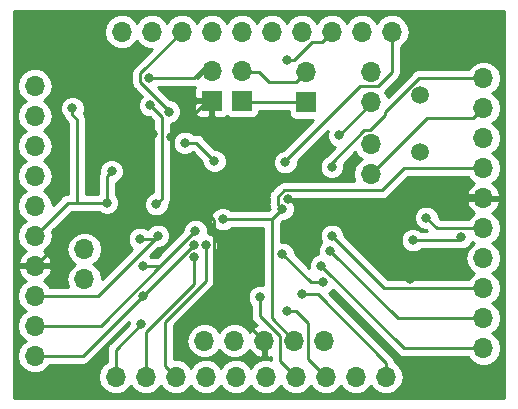
<source format=gbl>
G04 #@! TF.GenerationSoftware,KiCad,Pcbnew,(5.0.2)-1*
G04 #@! TF.CreationDate,2019-07-14T21:05:42+02:00*
G04 #@! TF.ProjectId,Rosatron,526f7361-7472-46f6-9e2e-6b696361645f,rev?*
G04 #@! TF.SameCoordinates,PX4c8bb40PY4eb9cf0*
G04 #@! TF.FileFunction,Copper,L2,Bot*
G04 #@! TF.FilePolarity,Positive*
%FSLAX46Y46*%
G04 Gerber Fmt 4.6, Leading zero omitted, Abs format (unit mm)*
G04 Created by KiCad (PCBNEW (5.0.2)-1) date 14/07/2019 21:05:42*
%MOMM*%
%LPD*%
G01*
G04 APERTURE LIST*
G04 #@! TA.AperFunction,ComponentPad*
%ADD10O,1.700000X1.700000*%
G04 #@! TD*
G04 #@! TA.AperFunction,ComponentPad*
%ADD11R,1.700000X1.700000*%
G04 #@! TD*
G04 #@! TA.AperFunction,ComponentPad*
%ADD12C,1.500000*%
G04 #@! TD*
G04 #@! TA.AperFunction,ViaPad*
%ADD13C,0.800000*%
G04 #@! TD*
G04 #@! TA.AperFunction,Conductor*
%ADD14C,0.250000*%
G04 #@! TD*
G04 #@! TA.AperFunction,Conductor*
%ADD15C,0.254000*%
G04 #@! TD*
G04 APERTURE END LIST*
D10*
G04 #@! TO.P,,10*
G04 #@! TO.N,/RA4*
X40005000Y4445000D03*
G04 #@! TO.P,,9*
G04 #@! TO.N,/RA5*
X40005000Y6985000D03*
G04 #@! TO.P,,8*
G04 #@! TO.N,/RE0*
X40005000Y9525000D03*
G04 #@! TO.P,,7*
G04 #@! TO.N,/RE1*
X40005000Y12065000D03*
G04 #@! TO.P,,6*
G04 #@! TO.N,/RE2*
X40005000Y14605000D03*
G04 #@! TO.P,,5*
G04 #@! TO.N,Earth*
X40005000Y17145000D03*
G04 #@! TO.P,,4*
G04 #@! TO.N,+5V*
X40005000Y19685000D03*
G04 #@! TO.P,,3*
G04 #@! TO.N,/RA7*
X40005000Y22225000D03*
G04 #@! TO.P,,2*
G04 #@! TO.N,/RA6*
X40005000Y24765000D03*
G04 #@! TO.P,,1*
G04 #@! TO.N,/RC0*
X40005000Y27305000D03*
G04 #@! TD*
G04 #@! TO.P,OSC1,2*
G04 #@! TO.N,/RA7*
X30480000Y27813000D03*
G04 #@! TO.P,OSC1,1*
G04 #@! TO.N,Net-(220uf1-Pad1)*
X30480000Y25273000D03*
G04 #@! TD*
G04 #@! TO.P,OSC2,2*
G04 #@! TO.N,Net-(220uf2-Pad1)*
X30480000Y21717000D03*
G04 #@! TO.P,OSC2,1*
G04 #@! TO.N,/RA6*
X30480000Y19177000D03*
G04 #@! TD*
D11*
G04 #@! TO.P,,1*
G04 #@! TO.N,Net-(J10-Pad1)*
X19558000Y25400000D03*
D10*
G04 #@! TO.P,,2*
G04 #@! TO.N,Net-(J10-Pad2)*
X19558000Y27940000D03*
G04 #@! TD*
D11*
G04 #@! TO.P,Interruptor,1*
G04 #@! TO.N,Earth*
X17018000Y25400000D03*
D10*
G04 #@! TO.P,Interruptor,2*
G04 #@! TO.N,Net-(J2-Pad2)*
X17018000Y27940000D03*
G04 #@! TD*
G04 #@! TO.P,,10*
G04 #@! TO.N,/RA3*
X31750000Y2032000D03*
G04 #@! TO.P,,9*
G04 #@! TO.N,/RA2*
X29210000Y2032000D03*
G04 #@! TO.P,,8*
G04 #@! TO.N,/RA1*
X26670000Y2032000D03*
G04 #@! TO.P,,7*
G04 #@! TO.N,/RA0*
X24130000Y2032000D03*
G04 #@! TO.P,,6*
G04 #@! TO.N,/RE3_MCLR*
X21590000Y2032000D03*
G04 #@! TO.P,,5*
G04 #@! TO.N,/RB7_PGD*
X19050000Y2032000D03*
G04 #@! TO.P,,4*
G04 #@! TO.N,/RB6_PGC*
X16510000Y2032000D03*
G04 #@! TO.P,,3*
G04 #@! TO.N,/RB5*
X13970000Y2032000D03*
G04 #@! TO.P,,2*
G04 #@! TO.N,/RB4*
X11430000Y2032000D03*
G04 #@! TO.P,,1*
G04 #@! TO.N,/RB3*
X8890000Y2032000D03*
G04 #@! TD*
G04 #@! TO.P,,2*
G04 #@! TO.N,/RC5*
X11938000Y31242000D03*
G04 #@! TO.P,,3*
G04 #@! TO.N,/RC4*
X14478000Y31242000D03*
G04 #@! TO.P,,4*
G04 #@! TO.N,/RD3*
X17018000Y31242000D03*
G04 #@! TO.P,,5*
G04 #@! TO.N,/RD2*
X19558000Y31242000D03*
G04 #@! TO.P,,6*
G04 #@! TO.N,/RD1*
X22098000Y31242000D03*
G04 #@! TO.P,,7*
G04 #@! TO.N,/RD0*
X24638000Y31242000D03*
G04 #@! TO.P,,8*
G04 #@! TO.N,/RC3*
X27178000Y31242000D03*
G04 #@! TO.P,,9*
G04 #@! TO.N,/RC2*
X29718000Y31242000D03*
G04 #@! TO.P,,10*
G04 #@! TO.N,/RC1*
X32258000Y31242000D03*
G04 #@! TO.P,,1*
G04 #@! TO.N,/RC6*
X9398000Y31242000D03*
G04 #@! TD*
G04 #@! TO.P,,10*
G04 #@! TO.N,/RB2*
X2032000Y3810000D03*
G04 #@! TO.P,,9*
G04 #@! TO.N,/RB1*
X2032000Y6350000D03*
G04 #@! TO.P,,8*
G04 #@! TO.N,/RB0*
X2032000Y8890000D03*
G04 #@! TO.P,,7*
G04 #@! TO.N,Earth*
X2032000Y11430000D03*
G04 #@! TO.P,,6*
G04 #@! TO.N,+5V*
X2032000Y13970000D03*
G04 #@! TO.P,,5*
G04 #@! TO.N,/RD7*
X2032000Y16510000D03*
G04 #@! TO.P,,4*
G04 #@! TO.N,/RD6*
X2032000Y19050000D03*
G04 #@! TO.P,,3*
G04 #@! TO.N,/RD5*
X2032000Y21590000D03*
G04 #@! TO.P,,2*
G04 #@! TO.N,/RD4*
X2032000Y24130000D03*
G04 #@! TO.P,,1*
G04 #@! TO.N,/RC7*
X2032000Y26670000D03*
G04 #@! TD*
G04 #@! TO.P,P.UP,2*
G04 #@! TO.N,+5V*
X6223000Y10287000D03*
G04 #@! TO.P,P.UP,1*
G04 #@! TO.N,Net-(J9-Pad1)*
X6223000Y12827000D03*
G04 #@! TD*
G04 #@! TO.P,PROG,2*
G04 #@! TO.N,+5V*
X24003000Y5080000D03*
G04 #@! TO.P,PROG,3*
G04 #@! TO.N,Earth*
X21463000Y5080000D03*
G04 #@! TO.P,PROG,4*
G04 #@! TO.N,/RB7_PGD*
X18923000Y5080000D03*
G04 #@! TO.P,PROG,5*
G04 #@! TO.N,/RB6_PGC*
X16383000Y5080000D03*
G04 #@! TO.P,PROG,1*
G04 #@! TO.N,/RE3_MCLR*
X26543000Y5080000D03*
G04 #@! TD*
G04 #@! TO.P,Alim,2*
G04 #@! TO.N,Net-(J10-Pad2)*
X25019000Y27813000D03*
D11*
G04 #@! TO.P,Alim,1*
G04 #@! TO.N,Net-(J10-Pad1)*
X25019000Y25273000D03*
G04 #@! TD*
D12*
G04 #@! TO.P,Y1,1*
G04 #@! TO.N,Net-(220uf1-Pad1)*
X34671000Y25908000D03*
G04 #@! TO.P,Y1,2*
G04 #@! TO.N,Net-(220uf2-Pad1)*
X34671000Y21028000D03*
G04 #@! TD*
D13*
G04 #@! TO.N,Earth*
X30226000Y13462000D03*
X36830000Y17399000D03*
X33655000Y15621000D03*
X12065000Y22606000D03*
X16002000Y16510000D03*
X10273000Y19431000D03*
X9892000Y16764000D03*
X33781000Y10287000D03*
X23501497Y17113495D03*
X13589000Y22352000D03*
G04 #@! TO.N,+5V*
X11811000Y25019000D03*
X34036000Y13589000D03*
X5207000Y24765000D03*
X8142000Y16764000D03*
X8523000Y19431000D03*
X22987000Y16256000D03*
X38100000Y13843000D03*
X12319000Y16637000D03*
X17938912Y15370378D03*
G04 #@! TO.N,/RE3_MCLR*
X26416000Y10033000D03*
X22987000Y12446000D03*
G04 #@! TO.N,Net-(220uf1-Pad1)*
X27813000Y22479000D03*
G04 #@! TO.N,/RB0*
X10922000Y13716000D03*
X12446000Y13970000D03*
G04 #@! TO.N,/RB1*
X11176000Y11430000D03*
X15629849Y14385457D03*
G04 #@! TO.N,/RB2*
X15494000Y13208000D03*
X11176000Y8890000D03*
G04 #@! TO.N,/RA3*
X24637952Y9016953D03*
G04 #@! TO.N,/RA1*
X23368000Y7620000D03*
G04 #@! TO.N,/RA0*
X21082000Y8763000D03*
G04 #@! TO.N,/RB5*
X16492938Y13161873D03*
G04 #@! TO.N,/RB4*
X15506651Y12195346D03*
G04 #@! TO.N,/RB3*
X11049000Y6477000D03*
G04 #@! TO.N,/RC0*
X27178000Y19812000D03*
G04 #@! TO.N,/RE2*
X35179000Y15495001D03*
G04 #@! TO.N,/RE0*
X27178000Y13970000D03*
G04 #@! TO.N,/RA5*
X27051000Y12700000D03*
G04 #@! TO.N,/RA4*
X26289000Y11447002D03*
G04 #@! TO.N,/RC1*
X23241000Y20193000D03*
G04 #@! TO.N,/RC3*
X23368000Y28829000D03*
G04 #@! TO.N,/RC4*
X13363115Y24484033D03*
X14732000Y21844000D03*
X17241654Y20289654D03*
G04 #@! TO.N,Net-(J2-Pad2)*
X11684000Y27305000D03*
G04 #@! TD*
D14*
G04 #@! TO.N,Earth*
X2032000Y11430000D02*
X6096000Y15494000D01*
X12065000Y22606000D02*
X12065000Y21223000D01*
X12065000Y21223000D02*
X10273000Y19431000D01*
X10273000Y19431000D02*
X10273000Y17145000D01*
X10273000Y17145000D02*
X9892000Y16764000D01*
X9892000Y15607000D02*
X9779000Y15494000D01*
X9892000Y16764000D02*
X9892000Y15607000D01*
X6096000Y15494000D02*
X9779000Y15494000D01*
X9779000Y15494000D02*
X15748000Y15494000D01*
X16002000Y15748000D02*
X16002000Y16510000D01*
X15748000Y15494000D02*
X16002000Y15748000D01*
X16401999Y16110001D02*
X16002000Y16510000D01*
X17217939Y15294061D02*
X16401999Y16110001D01*
X17217939Y9325061D02*
X17217939Y15294061D01*
X21463000Y5080000D02*
X17217939Y9325061D01*
X25624505Y17113495D02*
X23501497Y17113495D01*
X33781000Y10287000D02*
X32451000Y10287000D01*
X32004000Y14535685D02*
X32004000Y10734000D01*
X33089315Y15621000D02*
X32004000Y14535685D01*
X33655000Y15621000D02*
X33089315Y15621000D01*
X32451000Y10287000D02*
X32004000Y10734000D01*
X35433000Y17399000D02*
X36830000Y17399000D01*
X33655000Y15621000D02*
X35433000Y17399000D01*
X39751000Y17399000D02*
X40005000Y17145000D01*
X36830000Y17399000D02*
X39751000Y17399000D01*
X30038000Y12708315D02*
X30038000Y12700000D01*
X30226000Y12896315D02*
X30038000Y12708315D01*
X30226000Y13462000D02*
X30226000Y12896315D01*
X32004000Y10734000D02*
X30038000Y12700000D01*
X30038000Y12700000D02*
X25624505Y17113495D01*
X16256000Y25019000D02*
X16256000Y25527000D01*
X13589000Y22352000D02*
X16256000Y25019000D01*
G04 #@! TO.N,+5V*
X2032000Y13970000D02*
X4826000Y16764000D01*
X8142000Y16764000D02*
X8142000Y19050000D01*
X8142000Y19050000D02*
X8523000Y19431000D01*
X5588000Y23818315D02*
X5588000Y16764000D01*
X5207000Y24199315D02*
X5588000Y23818315D01*
X5207000Y24765000D02*
X5207000Y24199315D01*
X4826000Y16764000D02*
X5588000Y16764000D01*
X5588000Y16764000D02*
X8142000Y16764000D01*
X22098000Y15367000D02*
X22987000Y16256000D01*
X24003000Y5080000D02*
X22098000Y6985000D01*
X22098000Y6985000D02*
X22098000Y15367000D01*
X22587001Y16655999D02*
X22987000Y16256000D01*
X22587001Y17272001D02*
X22587001Y16655999D01*
X23153496Y17838496D02*
X22587001Y17272001D01*
X31426498Y17838496D02*
X23153496Y17838496D01*
X33273002Y19685000D02*
X31426498Y17838496D01*
X40005000Y19685000D02*
X33273002Y19685000D01*
X34036000Y13589000D02*
X37846000Y13589000D01*
X37846000Y13589000D02*
X38100000Y13843000D01*
X12790001Y17108001D02*
X12319000Y16637000D01*
X11811000Y25019000D02*
X12790001Y24039999D01*
X12790001Y24039999D02*
X12790001Y17108001D01*
X22098000Y15367000D02*
X17942290Y15367000D01*
X17942290Y15367000D02*
X17938912Y15370378D01*
G04 #@! TO.N,/RE3_MCLR*
X26416000Y10033000D02*
X25400000Y10033000D01*
X25400000Y10033000D02*
X22987000Y12446000D01*
G04 #@! TO.N,Net-(220uf1-Pad1)*
X30480000Y25146000D02*
X30480000Y25273000D01*
X27813000Y22479000D02*
X30480000Y25146000D01*
G04 #@! TO.N,/RB0*
X2032000Y8890000D02*
X7366000Y8890000D01*
X7366000Y8890000D02*
X12446000Y13970000D01*
X12192000Y13716000D02*
X12446000Y13970000D01*
X10922000Y13716000D02*
X12192000Y13716000D01*
G04 #@! TO.N,/RB1*
X2032000Y6350000D02*
X7594392Y6350000D01*
X12674392Y11430000D02*
X12827000Y11582608D01*
X11176000Y11430000D02*
X12674392Y11430000D01*
X7594392Y6350000D02*
X12827000Y11582608D01*
X12827000Y11582608D02*
X15629849Y14385457D01*
G04 #@! TO.N,/RB2*
X2032000Y3810000D02*
X6096000Y3810000D01*
X6096000Y3810000D02*
X11176000Y8890000D01*
X11176000Y8890000D02*
X15494000Y13208000D01*
G04 #@! TO.N,/RA3*
X25967128Y9016953D02*
X24637952Y9016953D01*
X31750000Y2032000D02*
X31750000Y3234081D01*
X31750000Y3234081D02*
X25967128Y9016953D01*
G04 #@! TO.N,/RA1*
X24130000Y7620000D02*
X23368000Y7620000D01*
X25178001Y6571999D02*
X24130000Y7620000D01*
X26670000Y2032000D02*
X25178001Y3523999D01*
X25178001Y3523999D02*
X25178001Y6571999D01*
G04 #@! TO.N,/RA0*
X24130000Y2032000D02*
X22827999Y3334001D01*
X21082000Y8197315D02*
X21082000Y8763000D01*
X21082000Y7200002D02*
X21082000Y8197315D01*
X22827999Y5454003D02*
X21082000Y7200002D01*
X22827999Y3334001D02*
X22827999Y5454003D01*
G04 #@! TO.N,/RB5*
X16492938Y10141940D02*
X16492938Y13161873D01*
X13048999Y6698001D02*
X16492938Y10141940D01*
X13970000Y2032000D02*
X13048999Y2953001D01*
X13048999Y2953001D02*
X13048999Y6698001D01*
G04 #@! TO.N,/RB4*
X15506651Y9861649D02*
X15506651Y12195346D01*
X11430000Y2032000D02*
X11430000Y5784998D01*
X11430000Y5784998D02*
X15506651Y9861649D01*
G04 #@! TO.N,/RB3*
X8890000Y2032000D02*
X8890000Y4318000D01*
X8890000Y4318000D02*
X11049000Y6477000D01*
G04 #@! TO.N,/RC0*
X27178000Y20154002D02*
X27178000Y19812000D01*
X34544000Y27305000D02*
X31655001Y24416001D01*
X40005000Y27305000D02*
X34544000Y27305000D01*
X31655001Y24416001D02*
X31655001Y24162999D01*
X31655001Y24162999D02*
X30384003Y22892001D01*
X30384003Y22892001D02*
X29915999Y22892001D01*
X29915999Y22892001D02*
X27178000Y20154002D01*
G04 #@! TO.N,/RA6*
X35218001Y23915001D02*
X30480000Y19177000D01*
X39155001Y23915001D02*
X35218001Y23915001D01*
X40005000Y24765000D02*
X39155001Y23915001D01*
G04 #@! TO.N,/RE2*
X40005000Y14605000D02*
X36069001Y14605000D01*
X36069001Y14605000D02*
X35179000Y15495001D01*
G04 #@! TO.N,/RE0*
X40005000Y9525000D02*
X31623000Y9525000D01*
X31623000Y9525000D02*
X27178000Y13970000D01*
G04 #@! TO.N,/RA5*
X40005000Y6985000D02*
X32766000Y6985000D01*
X32766000Y6985000D02*
X27051000Y12700000D01*
G04 #@! TO.N,/RA4*
X40005000Y4445000D02*
X33291002Y4445000D01*
X33291002Y4445000D02*
X26289000Y11447002D01*
G04 #@! TO.N,/RC1*
X23241000Y20319002D02*
X23241000Y20193000D01*
X29559997Y26637999D02*
X23241000Y20319002D01*
X31044001Y26637999D02*
X29559997Y26637999D01*
X32258000Y31242000D02*
X32258000Y27851998D01*
X32258000Y27851998D02*
X31044001Y26637999D01*
G04 #@! TO.N,/RC3*
X23933685Y28829000D02*
X23368000Y28829000D01*
X23964002Y28829000D02*
X23933685Y28829000D01*
X25527003Y30392001D02*
X23964002Y28829000D01*
X26328001Y30392001D02*
X25527003Y30392001D01*
X27178000Y31242000D02*
X26328001Y30392001D01*
G04 #@! TO.N,/RC4*
X13363115Y24552883D02*
X13363115Y24484033D01*
X10958999Y26956999D02*
X13363115Y24552883D01*
X14478000Y31242000D02*
X10958999Y27722999D01*
X10958999Y27722999D02*
X10958999Y26956999D01*
X14732000Y21844000D02*
X15687308Y21844000D01*
X15687308Y21844000D02*
X17241654Y20289654D01*
G04 #@! TO.N,Net-(J10-Pad2)*
X20066000Y27686000D02*
X19939000Y27813000D01*
X21014081Y27813000D02*
X21864080Y26963001D01*
X19812000Y27813000D02*
X21014081Y27813000D01*
X24169001Y26963001D02*
X25019000Y27813000D01*
X21864080Y26963001D02*
X24169001Y26963001D01*
G04 #@! TO.N,Net-(J10-Pad1)*
X20066000Y25146000D02*
X19939000Y25273000D01*
X19812000Y25273000D02*
X25400000Y25273000D01*
G04 #@! TO.N,Net-(J2-Pad2)*
X15748000Y27305000D02*
X16256000Y27813000D01*
X15494000Y27305000D02*
X16256000Y28067000D01*
X11684000Y27305000D02*
X15494000Y27305000D01*
G04 #@! TD*
D15*
G04 #@! TO.N,Earth*
G36*
X41783000Y254000D02*
X254000Y254000D01*
X254000Y8890000D01*
X517908Y8890000D01*
X633161Y8310582D01*
X961375Y7819375D01*
X1259761Y7620000D01*
X961375Y7420625D01*
X633161Y6929418D01*
X517908Y6350000D01*
X633161Y5770582D01*
X961375Y5279375D01*
X1259761Y5080000D01*
X961375Y4880625D01*
X633161Y4389418D01*
X517908Y3810000D01*
X633161Y3230582D01*
X961375Y2739375D01*
X1452582Y2411161D01*
X1885744Y2325000D01*
X2178256Y2325000D01*
X2611418Y2411161D01*
X3102625Y2739375D01*
X3310178Y3050000D01*
X6021153Y3050000D01*
X6096000Y3035112D01*
X6170847Y3050000D01*
X6170852Y3050000D01*
X6392537Y3094096D01*
X6643929Y3262071D01*
X6686331Y3325530D01*
X10014000Y6653198D01*
X10014000Y6516802D01*
X8405528Y4908329D01*
X8342072Y4865929D01*
X8299672Y4802473D01*
X8299671Y4802472D01*
X8174097Y4614537D01*
X8115112Y4318000D01*
X8130001Y4243148D01*
X8130001Y3310178D01*
X7819375Y3102625D01*
X7491161Y2611418D01*
X7375908Y2032000D01*
X7491161Y1452582D01*
X7819375Y961375D01*
X8310582Y633161D01*
X8743744Y547000D01*
X9036256Y547000D01*
X9469418Y633161D01*
X9960625Y961375D01*
X10160000Y1259761D01*
X10359375Y961375D01*
X10850582Y633161D01*
X11283744Y547000D01*
X11576256Y547000D01*
X12009418Y633161D01*
X12500625Y961375D01*
X12700000Y1259761D01*
X12899375Y961375D01*
X13390582Y633161D01*
X13823744Y547000D01*
X14116256Y547000D01*
X14549418Y633161D01*
X15040625Y961375D01*
X15240000Y1259761D01*
X15439375Y961375D01*
X15930582Y633161D01*
X16363744Y547000D01*
X16656256Y547000D01*
X17089418Y633161D01*
X17580625Y961375D01*
X17780000Y1259761D01*
X17979375Y961375D01*
X18470582Y633161D01*
X18903744Y547000D01*
X19196256Y547000D01*
X19629418Y633161D01*
X20120625Y961375D01*
X20320000Y1259761D01*
X20519375Y961375D01*
X21010582Y633161D01*
X21443744Y547000D01*
X21736256Y547000D01*
X22169418Y633161D01*
X22660625Y961375D01*
X22860000Y1259761D01*
X23059375Y961375D01*
X23550582Y633161D01*
X23983744Y547000D01*
X24276256Y547000D01*
X24709418Y633161D01*
X25200625Y961375D01*
X25400000Y1259761D01*
X25599375Y961375D01*
X26090582Y633161D01*
X26523744Y547000D01*
X26816256Y547000D01*
X27249418Y633161D01*
X27740625Y961375D01*
X27940000Y1259761D01*
X28139375Y961375D01*
X28630582Y633161D01*
X29063744Y547000D01*
X29356256Y547000D01*
X29789418Y633161D01*
X30280625Y961375D01*
X30480000Y1259761D01*
X30679375Y961375D01*
X31170582Y633161D01*
X31603744Y547000D01*
X31896256Y547000D01*
X32329418Y633161D01*
X32820625Y961375D01*
X33148839Y1452582D01*
X33264092Y2032000D01*
X33148839Y2611418D01*
X32820625Y3102625D01*
X32509714Y3310369D01*
X32465904Y3530618D01*
X32297929Y3782010D01*
X32234473Y3824410D01*
X26932300Y9126582D01*
X27002280Y9155569D01*
X27253956Y9407245D01*
X32700673Y3960527D01*
X32743073Y3897071D01*
X32994465Y3729096D01*
X33216150Y3685000D01*
X33216154Y3685000D01*
X33291001Y3670112D01*
X33365848Y3685000D01*
X38726822Y3685000D01*
X38934375Y3374375D01*
X39425582Y3046161D01*
X39858744Y2960000D01*
X40151256Y2960000D01*
X40584418Y3046161D01*
X41075625Y3374375D01*
X41403839Y3865582D01*
X41519092Y4445000D01*
X41403839Y5024418D01*
X41075625Y5515625D01*
X40777239Y5715000D01*
X41075625Y5914375D01*
X41403839Y6405582D01*
X41519092Y6985000D01*
X41403839Y7564418D01*
X41075625Y8055625D01*
X40777239Y8255000D01*
X41075625Y8454375D01*
X41403839Y8945582D01*
X41519092Y9525000D01*
X41403839Y10104418D01*
X41075625Y10595625D01*
X40777239Y10795000D01*
X41075625Y10994375D01*
X41403839Y11485582D01*
X41519092Y12065000D01*
X41403839Y12644418D01*
X41075625Y13135625D01*
X40777239Y13335000D01*
X41075625Y13534375D01*
X41403839Y14025582D01*
X41519092Y14605000D01*
X41403839Y15184418D01*
X41075625Y15675625D01*
X40756522Y15888843D01*
X40886358Y15949817D01*
X41276645Y16378076D01*
X41446476Y16788110D01*
X41325155Y17018000D01*
X40132000Y17018000D01*
X40132000Y16998000D01*
X39878000Y16998000D01*
X39878000Y17018000D01*
X38684845Y17018000D01*
X38563524Y16788110D01*
X38733355Y16378076D01*
X39123642Y15949817D01*
X39253478Y15888843D01*
X38934375Y15675625D01*
X38726822Y15365000D01*
X36383803Y15365000D01*
X36214000Y15534803D01*
X36214000Y15700875D01*
X36056431Y16081281D01*
X35765280Y16372432D01*
X35384874Y16530001D01*
X34973126Y16530001D01*
X34592720Y16372432D01*
X34301569Y16081281D01*
X34144000Y15700875D01*
X34144000Y15289127D01*
X34301569Y14908721D01*
X34592720Y14617570D01*
X34973126Y14460001D01*
X35139198Y14460001D01*
X35250199Y14349000D01*
X34739711Y14349000D01*
X34622280Y14466431D01*
X34241874Y14624000D01*
X33830126Y14624000D01*
X33449720Y14466431D01*
X33158569Y14175280D01*
X33001000Y13794874D01*
X33001000Y13383126D01*
X33158569Y13002720D01*
X33449720Y12711569D01*
X33830126Y12554000D01*
X34241874Y12554000D01*
X34622280Y12711569D01*
X34739711Y12829000D01*
X37771153Y12829000D01*
X37846000Y12814112D01*
X37868544Y12818596D01*
X37894126Y12808000D01*
X38305874Y12808000D01*
X38686280Y12965569D01*
X38977431Y13256720D01*
X39058175Y13451654D01*
X39232761Y13335000D01*
X38934375Y13135625D01*
X38606161Y12644418D01*
X38490908Y12065000D01*
X38606161Y11485582D01*
X38934375Y10994375D01*
X39232761Y10795000D01*
X38934375Y10595625D01*
X38726822Y10285000D01*
X31937802Y10285000D01*
X28213000Y14009801D01*
X28213000Y14175874D01*
X28055431Y14556280D01*
X27764280Y14847431D01*
X27383874Y15005000D01*
X26972126Y15005000D01*
X26591720Y14847431D01*
X26300569Y14556280D01*
X26143000Y14175874D01*
X26143000Y13764126D01*
X26291911Y13404622D01*
X26173569Y13286280D01*
X26016000Y12905874D01*
X26016000Y12494126D01*
X26030117Y12460045D01*
X25702720Y12324433D01*
X25411569Y12033282D01*
X25254000Y11652876D01*
X25254000Y11253802D01*
X24022000Y12485801D01*
X24022000Y12651874D01*
X23864431Y13032280D01*
X23573280Y13323431D01*
X23192874Y13481000D01*
X22858000Y13481000D01*
X22858000Y15052199D01*
X23026801Y15221000D01*
X23192874Y15221000D01*
X23573280Y15378569D01*
X23864431Y15669720D01*
X24022000Y16050126D01*
X24022000Y16461874D01*
X23864431Y16842280D01*
X23628215Y17078496D01*
X31351651Y17078496D01*
X31426498Y17063608D01*
X31501345Y17078496D01*
X31501350Y17078496D01*
X31723035Y17122592D01*
X31974427Y17290567D01*
X32016829Y17354026D01*
X33587804Y18925000D01*
X38726822Y18925000D01*
X38934375Y18614375D01*
X39253478Y18401157D01*
X39123642Y18340183D01*
X38733355Y17911924D01*
X38563524Y17501890D01*
X38684845Y17272000D01*
X39878000Y17272000D01*
X39878000Y17292000D01*
X40132000Y17292000D01*
X40132000Y17272000D01*
X41325155Y17272000D01*
X41446476Y17501890D01*
X41276645Y17911924D01*
X40886358Y18340183D01*
X40756522Y18401157D01*
X41075625Y18614375D01*
X41403839Y19105582D01*
X41519092Y19685000D01*
X41403839Y20264418D01*
X41075625Y20755625D01*
X40777239Y20955000D01*
X41075625Y21154375D01*
X41403839Y21645582D01*
X41519092Y22225000D01*
X41403839Y22804418D01*
X41075625Y23295625D01*
X40777239Y23495000D01*
X41075625Y23694375D01*
X41403839Y24185582D01*
X41519092Y24765000D01*
X41403839Y25344418D01*
X41075625Y25835625D01*
X40777239Y26035000D01*
X41075625Y26234375D01*
X41403839Y26725582D01*
X41519092Y27305000D01*
X41403839Y27884418D01*
X41075625Y28375625D01*
X40584418Y28703839D01*
X40151256Y28790000D01*
X39858744Y28790000D01*
X39425582Y28703839D01*
X38934375Y28375625D01*
X38726822Y28065000D01*
X34618848Y28065000D01*
X34544000Y28079888D01*
X34469152Y28065000D01*
X34469148Y28065000D01*
X34247463Y28020904D01*
X33996071Y27852929D01*
X33953671Y27789473D01*
X31901698Y25737499D01*
X31878839Y25852418D01*
X31660295Y26179492D01*
X32742473Y27261669D01*
X32805929Y27304069D01*
X32901749Y27447473D01*
X32973904Y27555460D01*
X32983480Y27603603D01*
X33018000Y27777146D01*
X33018000Y27777150D01*
X33032888Y27851998D01*
X33018000Y27926846D01*
X33018000Y29963822D01*
X33328625Y30171375D01*
X33656839Y30662582D01*
X33772092Y31242000D01*
X33656839Y31821418D01*
X33328625Y32312625D01*
X32837418Y32640839D01*
X32404256Y32727000D01*
X32111744Y32727000D01*
X31678582Y32640839D01*
X31187375Y32312625D01*
X30988000Y32014239D01*
X30788625Y32312625D01*
X30297418Y32640839D01*
X29864256Y32727000D01*
X29571744Y32727000D01*
X29138582Y32640839D01*
X28647375Y32312625D01*
X28448000Y32014239D01*
X28248625Y32312625D01*
X27757418Y32640839D01*
X27324256Y32727000D01*
X27031744Y32727000D01*
X26598582Y32640839D01*
X26107375Y32312625D01*
X25908000Y32014239D01*
X25708625Y32312625D01*
X25217418Y32640839D01*
X24784256Y32727000D01*
X24491744Y32727000D01*
X24058582Y32640839D01*
X23567375Y32312625D01*
X23368000Y32014239D01*
X23168625Y32312625D01*
X22677418Y32640839D01*
X22244256Y32727000D01*
X21951744Y32727000D01*
X21518582Y32640839D01*
X21027375Y32312625D01*
X20828000Y32014239D01*
X20628625Y32312625D01*
X20137418Y32640839D01*
X19704256Y32727000D01*
X19411744Y32727000D01*
X18978582Y32640839D01*
X18487375Y32312625D01*
X18288000Y32014239D01*
X18088625Y32312625D01*
X17597418Y32640839D01*
X17164256Y32727000D01*
X16871744Y32727000D01*
X16438582Y32640839D01*
X15947375Y32312625D01*
X15748000Y32014239D01*
X15548625Y32312625D01*
X15057418Y32640839D01*
X14624256Y32727000D01*
X14331744Y32727000D01*
X13898582Y32640839D01*
X13407375Y32312625D01*
X13208000Y32014239D01*
X13008625Y32312625D01*
X12517418Y32640839D01*
X12084256Y32727000D01*
X11791744Y32727000D01*
X11358582Y32640839D01*
X10867375Y32312625D01*
X10668000Y32014239D01*
X10468625Y32312625D01*
X9977418Y32640839D01*
X9544256Y32727000D01*
X9251744Y32727000D01*
X8818582Y32640839D01*
X8327375Y32312625D01*
X7999161Y31821418D01*
X7883908Y31242000D01*
X7999161Y30662582D01*
X8327375Y30171375D01*
X8818582Y29843161D01*
X9251744Y29757000D01*
X9544256Y29757000D01*
X9977418Y29843161D01*
X10468625Y30171375D01*
X10668000Y30469761D01*
X10867375Y30171375D01*
X11358582Y29843161D01*
X11791744Y29757000D01*
X11918199Y29757000D01*
X10474529Y28313330D01*
X10411070Y28270928D01*
X10243095Y28019535D01*
X10198999Y27797850D01*
X10198999Y27797846D01*
X10184111Y27722999D01*
X10198999Y27648152D01*
X10198999Y27031846D01*
X10184111Y26956999D01*
X10198999Y26882152D01*
X10198999Y26882147D01*
X10232313Y26714671D01*
X10243096Y26660462D01*
X10296319Y26580809D01*
X10411071Y26409070D01*
X10474527Y26366670D01*
X11084743Y25756454D01*
X10933569Y25605280D01*
X10776000Y25224874D01*
X10776000Y24813126D01*
X10933569Y24432720D01*
X11224720Y24141569D01*
X11605126Y23984000D01*
X11771198Y23984000D01*
X12030001Y23725196D01*
X12030002Y17637569D01*
X11732720Y17514431D01*
X11441569Y17223280D01*
X11284000Y16842874D01*
X11284000Y16431126D01*
X11441569Y16050720D01*
X11732720Y15759569D01*
X12113126Y15602000D01*
X12524874Y15602000D01*
X12905280Y15759569D01*
X13196431Y16050720D01*
X13354000Y16431126D01*
X13354000Y16584122D01*
X13505905Y16811464D01*
X13550001Y17033149D01*
X13550001Y17033153D01*
X13564889Y17108000D01*
X13550001Y17182847D01*
X13550001Y22049874D01*
X13697000Y22049874D01*
X13697000Y21638126D01*
X13854569Y21257720D01*
X14145720Y20966569D01*
X14526126Y20809000D01*
X14937874Y20809000D01*
X15318280Y20966569D01*
X15404109Y21052398D01*
X16206654Y20249852D01*
X16206654Y20083780D01*
X16364223Y19703374D01*
X16655374Y19412223D01*
X17035780Y19254654D01*
X17447528Y19254654D01*
X17827934Y19412223D01*
X18119085Y19703374D01*
X18276654Y20083780D01*
X18276654Y20495528D01*
X18119085Y20875934D01*
X17827934Y21167085D01*
X17447528Y21324654D01*
X17281456Y21324654D01*
X16277639Y22328470D01*
X16235237Y22391929D01*
X15983845Y22559904D01*
X15762160Y22604000D01*
X15762155Y22604000D01*
X15687308Y22618888D01*
X15612461Y22604000D01*
X15435711Y22604000D01*
X15318280Y22721431D01*
X14937874Y22879000D01*
X14526126Y22879000D01*
X14145720Y22721431D01*
X13854569Y22430280D01*
X13697000Y22049874D01*
X13550001Y22049874D01*
X13550001Y23449033D01*
X13568989Y23449033D01*
X13949395Y23606602D01*
X14240546Y23897753D01*
X14398115Y24278159D01*
X14398115Y24689907D01*
X14240546Y25070313D01*
X14196609Y25114250D01*
X15533000Y25114250D01*
X15533000Y24423690D01*
X15629673Y24190301D01*
X15808302Y24011673D01*
X16041691Y23915000D01*
X16732250Y23915000D01*
X16891000Y24073750D01*
X16891000Y25273000D01*
X15691750Y25273000D01*
X15533000Y25114250D01*
X14196609Y25114250D01*
X13949395Y25361464D01*
X13568989Y25519033D01*
X13471768Y25519033D01*
X12445800Y26545000D01*
X15419153Y26545000D01*
X15494000Y26530112D01*
X15568847Y26545000D01*
X15568852Y26545000D01*
X15605929Y26552375D01*
X15533000Y26376310D01*
X15533000Y25685750D01*
X15691750Y25527000D01*
X16891000Y25527000D01*
X16891000Y25547000D01*
X17145000Y25547000D01*
X17145000Y25527000D01*
X17165000Y25527000D01*
X17165000Y25273000D01*
X17145000Y25273000D01*
X17145000Y24073750D01*
X17303750Y23915000D01*
X17994309Y23915000D01*
X18227698Y24011673D01*
X18284975Y24068949D01*
X18460235Y23951843D01*
X18708000Y23902560D01*
X20408000Y23902560D01*
X20655765Y23951843D01*
X20865809Y24092191D01*
X21006157Y24302235D01*
X21048080Y24513000D01*
X23521560Y24513000D01*
X23521560Y24423000D01*
X23570843Y24175235D01*
X23711191Y23965191D01*
X23921235Y23824843D01*
X24169000Y23775560D01*
X25622757Y23775560D01*
X23075197Y21228000D01*
X23035126Y21228000D01*
X22654720Y21070431D01*
X22363569Y20779280D01*
X22206000Y20398874D01*
X22206000Y19987126D01*
X22363569Y19606720D01*
X22654720Y19315569D01*
X23035126Y19158000D01*
X23446874Y19158000D01*
X23827280Y19315569D01*
X24118431Y19606720D01*
X24276000Y19987126D01*
X24276000Y20279201D01*
X26846113Y22849313D01*
X26778000Y22684874D01*
X26778000Y22273126D01*
X26935569Y21892720D01*
X27226720Y21601569D01*
X27455855Y21506658D01*
X26693530Y20744333D01*
X26643401Y20710838D01*
X26591720Y20689431D01*
X26300569Y20398280D01*
X26143000Y20017874D01*
X26143000Y19606126D01*
X26300569Y19225720D01*
X26591720Y18934569D01*
X26972126Y18777000D01*
X27383874Y18777000D01*
X27764280Y18934569D01*
X28055431Y19225720D01*
X28213000Y19606126D01*
X28213000Y20017874D01*
X28184787Y20085987D01*
X29143334Y21044534D01*
X29409375Y20646375D01*
X29707761Y20447000D01*
X29409375Y20247625D01*
X29081161Y19756418D01*
X28965908Y19177000D01*
X29080979Y18598496D01*
X23228343Y18598496D01*
X23153496Y18613384D01*
X23078649Y18598496D01*
X23078644Y18598496D01*
X22856959Y18554400D01*
X22605567Y18386425D01*
X22563167Y18322969D01*
X22102531Y17862332D01*
X22039072Y17819930D01*
X21871097Y17568537D01*
X21827001Y17346852D01*
X21827001Y17346848D01*
X21812113Y17272001D01*
X21827001Y17197154D01*
X21827001Y16730846D01*
X21812113Y16655999D01*
X21827001Y16581152D01*
X21827001Y16581147D01*
X21871097Y16359462D01*
X21929001Y16272803D01*
X21783199Y16127000D01*
X18646001Y16127000D01*
X18525192Y16247809D01*
X18144786Y16405378D01*
X17733038Y16405378D01*
X17352632Y16247809D01*
X17061481Y15956658D01*
X16903912Y15576252D01*
X16903912Y15164504D01*
X17061481Y14784098D01*
X17352632Y14492947D01*
X17733038Y14335378D01*
X18144786Y14335378D01*
X18525192Y14492947D01*
X18639245Y14607000D01*
X21338001Y14607000D01*
X21338000Y9777237D01*
X21287874Y9798000D01*
X20876126Y9798000D01*
X20495720Y9640431D01*
X20204569Y9349280D01*
X20047000Y8968874D01*
X20047000Y8557126D01*
X20204569Y8176720D01*
X20322001Y8059288D01*
X20322000Y7274850D01*
X20307112Y7200002D01*
X20322000Y7125155D01*
X20322000Y7125151D01*
X20366096Y6903466D01*
X20534071Y6652073D01*
X20597530Y6609671D01*
X20808847Y6398353D01*
X20696076Y6351645D01*
X20267817Y5961358D01*
X20206843Y5831522D01*
X19993625Y6150625D01*
X19502418Y6478839D01*
X19069256Y6565000D01*
X18776744Y6565000D01*
X18343582Y6478839D01*
X17852375Y6150625D01*
X17653000Y5852239D01*
X17453625Y6150625D01*
X16962418Y6478839D01*
X16529256Y6565000D01*
X16236744Y6565000D01*
X15803582Y6478839D01*
X15312375Y6150625D01*
X14984161Y5659418D01*
X14868908Y5080000D01*
X14984161Y4500582D01*
X15312375Y4009375D01*
X15803582Y3681161D01*
X16236744Y3595000D01*
X16529256Y3595000D01*
X16962418Y3681161D01*
X17453625Y4009375D01*
X17653000Y4307761D01*
X17852375Y4009375D01*
X18343582Y3681161D01*
X18776744Y3595000D01*
X19069256Y3595000D01*
X19502418Y3681161D01*
X19993625Y4009375D01*
X20206843Y4328478D01*
X20267817Y4198642D01*
X20696076Y3808355D01*
X21106110Y3638524D01*
X21336000Y3759845D01*
X21336000Y4953000D01*
X21316000Y4953000D01*
X21316000Y5207000D01*
X21336000Y5207000D01*
X21336000Y5227000D01*
X21590000Y5227000D01*
X21590000Y5207000D01*
X21610000Y5207000D01*
X21610000Y4953000D01*
X21590000Y4953000D01*
X21590000Y3759845D01*
X21819890Y3638524D01*
X22067999Y3741288D01*
X22067999Y3451012D01*
X21736256Y3517000D01*
X21443744Y3517000D01*
X21010582Y3430839D01*
X20519375Y3102625D01*
X20320000Y2804239D01*
X20120625Y3102625D01*
X19629418Y3430839D01*
X19196256Y3517000D01*
X18903744Y3517000D01*
X18470582Y3430839D01*
X17979375Y3102625D01*
X17780000Y2804239D01*
X17580625Y3102625D01*
X17089418Y3430839D01*
X16656256Y3517000D01*
X16363744Y3517000D01*
X15930582Y3430839D01*
X15439375Y3102625D01*
X15240000Y2804239D01*
X15040625Y3102625D01*
X14549418Y3430839D01*
X14116256Y3517000D01*
X13823744Y3517000D01*
X13808999Y3514067D01*
X13808999Y6383200D01*
X16977411Y9551611D01*
X17040867Y9594011D01*
X17208842Y9845403D01*
X17252938Y10067088D01*
X17252938Y10067092D01*
X17267826Y10141939D01*
X17252938Y10216786D01*
X17252938Y12458162D01*
X17370369Y12575593D01*
X17527938Y12955999D01*
X17527938Y13367747D01*
X17370369Y13748153D01*
X17079218Y14039304D01*
X16698812Y14196873D01*
X16664849Y14196873D01*
X16664849Y14591331D01*
X16507280Y14971737D01*
X16216129Y15262888D01*
X15835723Y15420457D01*
X15423975Y15420457D01*
X15043569Y15262888D01*
X14752418Y14971737D01*
X14594849Y14591331D01*
X14594849Y14425259D01*
X12359591Y12190000D01*
X11879711Y12190000D01*
X11810256Y12259455D01*
X12485802Y12935000D01*
X12651874Y12935000D01*
X13032280Y13092569D01*
X13323431Y13383720D01*
X13481000Y13764126D01*
X13481000Y14175874D01*
X13323431Y14556280D01*
X13032280Y14847431D01*
X12651874Y15005000D01*
X12240126Y15005000D01*
X11859720Y14847431D01*
X11568569Y14556280D01*
X11561792Y14539919D01*
X11508280Y14593431D01*
X11127874Y14751000D01*
X10716126Y14751000D01*
X10335720Y14593431D01*
X10044569Y14302280D01*
X9887000Y13921874D01*
X9887000Y13510126D01*
X10044569Y13129720D01*
X10287744Y12886545D01*
X7728980Y10327781D01*
X7621839Y10866418D01*
X7293625Y11357625D01*
X6995239Y11557000D01*
X7293625Y11756375D01*
X7621839Y12247582D01*
X7737092Y12827000D01*
X7621839Y13406418D01*
X7293625Y13897625D01*
X6802418Y14225839D01*
X6369256Y14312000D01*
X6076744Y14312000D01*
X5643582Y14225839D01*
X5152375Y13897625D01*
X4824161Y13406418D01*
X4708908Y12827000D01*
X4824161Y12247582D01*
X5152375Y11756375D01*
X5450761Y11557000D01*
X5152375Y11357625D01*
X4824161Y10866418D01*
X4708908Y10287000D01*
X4824161Y9707582D01*
X4862636Y9650000D01*
X3310178Y9650000D01*
X3102625Y9960625D01*
X2783522Y10173843D01*
X2913358Y10234817D01*
X3303645Y10663076D01*
X3473476Y11073110D01*
X3352155Y11303000D01*
X2159000Y11303000D01*
X2159000Y11283000D01*
X1905000Y11283000D01*
X1905000Y11303000D01*
X711845Y11303000D01*
X590524Y11073110D01*
X760355Y10663076D01*
X1150642Y10234817D01*
X1280478Y10173843D01*
X961375Y9960625D01*
X633161Y9469418D01*
X517908Y8890000D01*
X254000Y8890000D01*
X254000Y26670000D01*
X517908Y26670000D01*
X633161Y26090582D01*
X961375Y25599375D01*
X1259761Y25400000D01*
X961375Y25200625D01*
X633161Y24709418D01*
X517908Y24130000D01*
X633161Y23550582D01*
X961375Y23059375D01*
X1259761Y22860000D01*
X961375Y22660625D01*
X633161Y22169418D01*
X517908Y21590000D01*
X633161Y21010582D01*
X961375Y20519375D01*
X1259761Y20320000D01*
X961375Y20120625D01*
X633161Y19629418D01*
X517908Y19050000D01*
X633161Y18470582D01*
X961375Y17979375D01*
X1259761Y17780000D01*
X961375Y17580625D01*
X633161Y17089418D01*
X517908Y16510000D01*
X633161Y15930582D01*
X961375Y15439375D01*
X1259761Y15240000D01*
X961375Y15040625D01*
X633161Y14549418D01*
X517908Y13970000D01*
X633161Y13390582D01*
X961375Y12899375D01*
X1280478Y12686157D01*
X1150642Y12625183D01*
X760355Y12196924D01*
X590524Y11786890D01*
X711845Y11557000D01*
X1905000Y11557000D01*
X1905000Y11577000D01*
X2159000Y11577000D01*
X2159000Y11557000D01*
X3352155Y11557000D01*
X3473476Y11786890D01*
X3303645Y12196924D01*
X2913358Y12625183D01*
X2783522Y12686157D01*
X3102625Y12899375D01*
X3430839Y13390582D01*
X3546092Y13970000D01*
X3473209Y14336408D01*
X5140802Y16004000D01*
X5513148Y16004000D01*
X5588000Y15989111D01*
X5662852Y16004000D01*
X7438289Y16004000D01*
X7555720Y15886569D01*
X7936126Y15729000D01*
X8347874Y15729000D01*
X8728280Y15886569D01*
X9019431Y16177720D01*
X9177000Y16558126D01*
X9177000Y16969874D01*
X9019431Y17350280D01*
X8902000Y17467711D01*
X8902000Y18467711D01*
X9109280Y18553569D01*
X9400431Y18844720D01*
X9558000Y19225126D01*
X9558000Y19636874D01*
X9400431Y20017280D01*
X9109280Y20308431D01*
X8728874Y20466000D01*
X8317126Y20466000D01*
X7936720Y20308431D01*
X7645569Y20017280D01*
X7488000Y19636874D01*
X7488000Y19439181D01*
X7426097Y19346537D01*
X7367112Y19050000D01*
X7382001Y18975148D01*
X7382000Y17524000D01*
X6348000Y17524000D01*
X6348000Y23743469D01*
X6362888Y23818316D01*
X6348000Y23893163D01*
X6348000Y23893167D01*
X6303904Y24114852D01*
X6152088Y24342060D01*
X6242000Y24559126D01*
X6242000Y24970874D01*
X6084431Y25351280D01*
X5793280Y25642431D01*
X5412874Y25800000D01*
X5001126Y25800000D01*
X4620720Y25642431D01*
X4329569Y25351280D01*
X4172000Y24970874D01*
X4172000Y24559126D01*
X4329569Y24178720D01*
X4462686Y24045603D01*
X4491096Y23902778D01*
X4659072Y23651386D01*
X4722527Y23608986D01*
X4828000Y23503514D01*
X4828001Y17538490D01*
X4826000Y17538888D01*
X4751152Y17524000D01*
X4751148Y17524000D01*
X4577605Y17489480D01*
X4529462Y17479904D01*
X4416670Y17404538D01*
X4278071Y17311929D01*
X4235671Y17248473D01*
X3537980Y16550782D01*
X3430839Y17089418D01*
X3102625Y17580625D01*
X2804239Y17780000D01*
X3102625Y17979375D01*
X3430839Y18470582D01*
X3546092Y19050000D01*
X3430839Y19629418D01*
X3102625Y20120625D01*
X2804239Y20320000D01*
X3102625Y20519375D01*
X3430839Y21010582D01*
X3546092Y21590000D01*
X3430839Y22169418D01*
X3102625Y22660625D01*
X2804239Y22860000D01*
X3102625Y23059375D01*
X3430839Y23550582D01*
X3546092Y24130000D01*
X3430839Y24709418D01*
X3102625Y25200625D01*
X2804239Y25400000D01*
X3102625Y25599375D01*
X3430839Y26090582D01*
X3546092Y26670000D01*
X3430839Y27249418D01*
X3102625Y27740625D01*
X2611418Y28068839D01*
X2178256Y28155000D01*
X1885744Y28155000D01*
X1452582Y28068839D01*
X961375Y27740625D01*
X633161Y27249418D01*
X517908Y26670000D01*
X254000Y26670000D01*
X254000Y33020000D01*
X41783000Y33020000D01*
X41783000Y254000D01*
X41783000Y254000D01*
G37*
X41783000Y254000D02*
X254000Y254000D01*
X254000Y8890000D01*
X517908Y8890000D01*
X633161Y8310582D01*
X961375Y7819375D01*
X1259761Y7620000D01*
X961375Y7420625D01*
X633161Y6929418D01*
X517908Y6350000D01*
X633161Y5770582D01*
X961375Y5279375D01*
X1259761Y5080000D01*
X961375Y4880625D01*
X633161Y4389418D01*
X517908Y3810000D01*
X633161Y3230582D01*
X961375Y2739375D01*
X1452582Y2411161D01*
X1885744Y2325000D01*
X2178256Y2325000D01*
X2611418Y2411161D01*
X3102625Y2739375D01*
X3310178Y3050000D01*
X6021153Y3050000D01*
X6096000Y3035112D01*
X6170847Y3050000D01*
X6170852Y3050000D01*
X6392537Y3094096D01*
X6643929Y3262071D01*
X6686331Y3325530D01*
X10014000Y6653198D01*
X10014000Y6516802D01*
X8405528Y4908329D01*
X8342072Y4865929D01*
X8299672Y4802473D01*
X8299671Y4802472D01*
X8174097Y4614537D01*
X8115112Y4318000D01*
X8130001Y4243148D01*
X8130001Y3310178D01*
X7819375Y3102625D01*
X7491161Y2611418D01*
X7375908Y2032000D01*
X7491161Y1452582D01*
X7819375Y961375D01*
X8310582Y633161D01*
X8743744Y547000D01*
X9036256Y547000D01*
X9469418Y633161D01*
X9960625Y961375D01*
X10160000Y1259761D01*
X10359375Y961375D01*
X10850582Y633161D01*
X11283744Y547000D01*
X11576256Y547000D01*
X12009418Y633161D01*
X12500625Y961375D01*
X12700000Y1259761D01*
X12899375Y961375D01*
X13390582Y633161D01*
X13823744Y547000D01*
X14116256Y547000D01*
X14549418Y633161D01*
X15040625Y961375D01*
X15240000Y1259761D01*
X15439375Y961375D01*
X15930582Y633161D01*
X16363744Y547000D01*
X16656256Y547000D01*
X17089418Y633161D01*
X17580625Y961375D01*
X17780000Y1259761D01*
X17979375Y961375D01*
X18470582Y633161D01*
X18903744Y547000D01*
X19196256Y547000D01*
X19629418Y633161D01*
X20120625Y961375D01*
X20320000Y1259761D01*
X20519375Y961375D01*
X21010582Y633161D01*
X21443744Y547000D01*
X21736256Y547000D01*
X22169418Y633161D01*
X22660625Y961375D01*
X22860000Y1259761D01*
X23059375Y961375D01*
X23550582Y633161D01*
X23983744Y547000D01*
X24276256Y547000D01*
X24709418Y633161D01*
X25200625Y961375D01*
X25400000Y1259761D01*
X25599375Y961375D01*
X26090582Y633161D01*
X26523744Y547000D01*
X26816256Y547000D01*
X27249418Y633161D01*
X27740625Y961375D01*
X27940000Y1259761D01*
X28139375Y961375D01*
X28630582Y633161D01*
X29063744Y547000D01*
X29356256Y547000D01*
X29789418Y633161D01*
X30280625Y961375D01*
X30480000Y1259761D01*
X30679375Y961375D01*
X31170582Y633161D01*
X31603744Y547000D01*
X31896256Y547000D01*
X32329418Y633161D01*
X32820625Y961375D01*
X33148839Y1452582D01*
X33264092Y2032000D01*
X33148839Y2611418D01*
X32820625Y3102625D01*
X32509714Y3310369D01*
X32465904Y3530618D01*
X32297929Y3782010D01*
X32234473Y3824410D01*
X26932300Y9126582D01*
X27002280Y9155569D01*
X27253956Y9407245D01*
X32700673Y3960527D01*
X32743073Y3897071D01*
X32994465Y3729096D01*
X33216150Y3685000D01*
X33216154Y3685000D01*
X33291001Y3670112D01*
X33365848Y3685000D01*
X38726822Y3685000D01*
X38934375Y3374375D01*
X39425582Y3046161D01*
X39858744Y2960000D01*
X40151256Y2960000D01*
X40584418Y3046161D01*
X41075625Y3374375D01*
X41403839Y3865582D01*
X41519092Y4445000D01*
X41403839Y5024418D01*
X41075625Y5515625D01*
X40777239Y5715000D01*
X41075625Y5914375D01*
X41403839Y6405582D01*
X41519092Y6985000D01*
X41403839Y7564418D01*
X41075625Y8055625D01*
X40777239Y8255000D01*
X41075625Y8454375D01*
X41403839Y8945582D01*
X41519092Y9525000D01*
X41403839Y10104418D01*
X41075625Y10595625D01*
X40777239Y10795000D01*
X41075625Y10994375D01*
X41403839Y11485582D01*
X41519092Y12065000D01*
X41403839Y12644418D01*
X41075625Y13135625D01*
X40777239Y13335000D01*
X41075625Y13534375D01*
X41403839Y14025582D01*
X41519092Y14605000D01*
X41403839Y15184418D01*
X41075625Y15675625D01*
X40756522Y15888843D01*
X40886358Y15949817D01*
X41276645Y16378076D01*
X41446476Y16788110D01*
X41325155Y17018000D01*
X40132000Y17018000D01*
X40132000Y16998000D01*
X39878000Y16998000D01*
X39878000Y17018000D01*
X38684845Y17018000D01*
X38563524Y16788110D01*
X38733355Y16378076D01*
X39123642Y15949817D01*
X39253478Y15888843D01*
X38934375Y15675625D01*
X38726822Y15365000D01*
X36383803Y15365000D01*
X36214000Y15534803D01*
X36214000Y15700875D01*
X36056431Y16081281D01*
X35765280Y16372432D01*
X35384874Y16530001D01*
X34973126Y16530001D01*
X34592720Y16372432D01*
X34301569Y16081281D01*
X34144000Y15700875D01*
X34144000Y15289127D01*
X34301569Y14908721D01*
X34592720Y14617570D01*
X34973126Y14460001D01*
X35139198Y14460001D01*
X35250199Y14349000D01*
X34739711Y14349000D01*
X34622280Y14466431D01*
X34241874Y14624000D01*
X33830126Y14624000D01*
X33449720Y14466431D01*
X33158569Y14175280D01*
X33001000Y13794874D01*
X33001000Y13383126D01*
X33158569Y13002720D01*
X33449720Y12711569D01*
X33830126Y12554000D01*
X34241874Y12554000D01*
X34622280Y12711569D01*
X34739711Y12829000D01*
X37771153Y12829000D01*
X37846000Y12814112D01*
X37868544Y12818596D01*
X37894126Y12808000D01*
X38305874Y12808000D01*
X38686280Y12965569D01*
X38977431Y13256720D01*
X39058175Y13451654D01*
X39232761Y13335000D01*
X38934375Y13135625D01*
X38606161Y12644418D01*
X38490908Y12065000D01*
X38606161Y11485582D01*
X38934375Y10994375D01*
X39232761Y10795000D01*
X38934375Y10595625D01*
X38726822Y10285000D01*
X31937802Y10285000D01*
X28213000Y14009801D01*
X28213000Y14175874D01*
X28055431Y14556280D01*
X27764280Y14847431D01*
X27383874Y15005000D01*
X26972126Y15005000D01*
X26591720Y14847431D01*
X26300569Y14556280D01*
X26143000Y14175874D01*
X26143000Y13764126D01*
X26291911Y13404622D01*
X26173569Y13286280D01*
X26016000Y12905874D01*
X26016000Y12494126D01*
X26030117Y12460045D01*
X25702720Y12324433D01*
X25411569Y12033282D01*
X25254000Y11652876D01*
X25254000Y11253802D01*
X24022000Y12485801D01*
X24022000Y12651874D01*
X23864431Y13032280D01*
X23573280Y13323431D01*
X23192874Y13481000D01*
X22858000Y13481000D01*
X22858000Y15052199D01*
X23026801Y15221000D01*
X23192874Y15221000D01*
X23573280Y15378569D01*
X23864431Y15669720D01*
X24022000Y16050126D01*
X24022000Y16461874D01*
X23864431Y16842280D01*
X23628215Y17078496D01*
X31351651Y17078496D01*
X31426498Y17063608D01*
X31501345Y17078496D01*
X31501350Y17078496D01*
X31723035Y17122592D01*
X31974427Y17290567D01*
X32016829Y17354026D01*
X33587804Y18925000D01*
X38726822Y18925000D01*
X38934375Y18614375D01*
X39253478Y18401157D01*
X39123642Y18340183D01*
X38733355Y17911924D01*
X38563524Y17501890D01*
X38684845Y17272000D01*
X39878000Y17272000D01*
X39878000Y17292000D01*
X40132000Y17292000D01*
X40132000Y17272000D01*
X41325155Y17272000D01*
X41446476Y17501890D01*
X41276645Y17911924D01*
X40886358Y18340183D01*
X40756522Y18401157D01*
X41075625Y18614375D01*
X41403839Y19105582D01*
X41519092Y19685000D01*
X41403839Y20264418D01*
X41075625Y20755625D01*
X40777239Y20955000D01*
X41075625Y21154375D01*
X41403839Y21645582D01*
X41519092Y22225000D01*
X41403839Y22804418D01*
X41075625Y23295625D01*
X40777239Y23495000D01*
X41075625Y23694375D01*
X41403839Y24185582D01*
X41519092Y24765000D01*
X41403839Y25344418D01*
X41075625Y25835625D01*
X40777239Y26035000D01*
X41075625Y26234375D01*
X41403839Y26725582D01*
X41519092Y27305000D01*
X41403839Y27884418D01*
X41075625Y28375625D01*
X40584418Y28703839D01*
X40151256Y28790000D01*
X39858744Y28790000D01*
X39425582Y28703839D01*
X38934375Y28375625D01*
X38726822Y28065000D01*
X34618848Y28065000D01*
X34544000Y28079888D01*
X34469152Y28065000D01*
X34469148Y28065000D01*
X34247463Y28020904D01*
X33996071Y27852929D01*
X33953671Y27789473D01*
X31901698Y25737499D01*
X31878839Y25852418D01*
X31660295Y26179492D01*
X32742473Y27261669D01*
X32805929Y27304069D01*
X32901749Y27447473D01*
X32973904Y27555460D01*
X32983480Y27603603D01*
X33018000Y27777146D01*
X33018000Y27777150D01*
X33032888Y27851998D01*
X33018000Y27926846D01*
X33018000Y29963822D01*
X33328625Y30171375D01*
X33656839Y30662582D01*
X33772092Y31242000D01*
X33656839Y31821418D01*
X33328625Y32312625D01*
X32837418Y32640839D01*
X32404256Y32727000D01*
X32111744Y32727000D01*
X31678582Y32640839D01*
X31187375Y32312625D01*
X30988000Y32014239D01*
X30788625Y32312625D01*
X30297418Y32640839D01*
X29864256Y32727000D01*
X29571744Y32727000D01*
X29138582Y32640839D01*
X28647375Y32312625D01*
X28448000Y32014239D01*
X28248625Y32312625D01*
X27757418Y32640839D01*
X27324256Y32727000D01*
X27031744Y32727000D01*
X26598582Y32640839D01*
X26107375Y32312625D01*
X25908000Y32014239D01*
X25708625Y32312625D01*
X25217418Y32640839D01*
X24784256Y32727000D01*
X24491744Y32727000D01*
X24058582Y32640839D01*
X23567375Y32312625D01*
X23368000Y32014239D01*
X23168625Y32312625D01*
X22677418Y32640839D01*
X22244256Y32727000D01*
X21951744Y32727000D01*
X21518582Y32640839D01*
X21027375Y32312625D01*
X20828000Y32014239D01*
X20628625Y32312625D01*
X20137418Y32640839D01*
X19704256Y32727000D01*
X19411744Y32727000D01*
X18978582Y32640839D01*
X18487375Y32312625D01*
X18288000Y32014239D01*
X18088625Y32312625D01*
X17597418Y32640839D01*
X17164256Y32727000D01*
X16871744Y32727000D01*
X16438582Y32640839D01*
X15947375Y32312625D01*
X15748000Y32014239D01*
X15548625Y32312625D01*
X15057418Y32640839D01*
X14624256Y32727000D01*
X14331744Y32727000D01*
X13898582Y32640839D01*
X13407375Y32312625D01*
X13208000Y32014239D01*
X13008625Y32312625D01*
X12517418Y32640839D01*
X12084256Y32727000D01*
X11791744Y32727000D01*
X11358582Y32640839D01*
X10867375Y32312625D01*
X10668000Y32014239D01*
X10468625Y32312625D01*
X9977418Y32640839D01*
X9544256Y32727000D01*
X9251744Y32727000D01*
X8818582Y32640839D01*
X8327375Y32312625D01*
X7999161Y31821418D01*
X7883908Y31242000D01*
X7999161Y30662582D01*
X8327375Y30171375D01*
X8818582Y29843161D01*
X9251744Y29757000D01*
X9544256Y29757000D01*
X9977418Y29843161D01*
X10468625Y30171375D01*
X10668000Y30469761D01*
X10867375Y30171375D01*
X11358582Y29843161D01*
X11791744Y29757000D01*
X11918199Y29757000D01*
X10474529Y28313330D01*
X10411070Y28270928D01*
X10243095Y28019535D01*
X10198999Y27797850D01*
X10198999Y27797846D01*
X10184111Y27722999D01*
X10198999Y27648152D01*
X10198999Y27031846D01*
X10184111Y26956999D01*
X10198999Y26882152D01*
X10198999Y26882147D01*
X10232313Y26714671D01*
X10243096Y26660462D01*
X10296319Y26580809D01*
X10411071Y26409070D01*
X10474527Y26366670D01*
X11084743Y25756454D01*
X10933569Y25605280D01*
X10776000Y25224874D01*
X10776000Y24813126D01*
X10933569Y24432720D01*
X11224720Y24141569D01*
X11605126Y23984000D01*
X11771198Y23984000D01*
X12030001Y23725196D01*
X12030002Y17637569D01*
X11732720Y17514431D01*
X11441569Y17223280D01*
X11284000Y16842874D01*
X11284000Y16431126D01*
X11441569Y16050720D01*
X11732720Y15759569D01*
X12113126Y15602000D01*
X12524874Y15602000D01*
X12905280Y15759569D01*
X13196431Y16050720D01*
X13354000Y16431126D01*
X13354000Y16584122D01*
X13505905Y16811464D01*
X13550001Y17033149D01*
X13550001Y17033153D01*
X13564889Y17108000D01*
X13550001Y17182847D01*
X13550001Y22049874D01*
X13697000Y22049874D01*
X13697000Y21638126D01*
X13854569Y21257720D01*
X14145720Y20966569D01*
X14526126Y20809000D01*
X14937874Y20809000D01*
X15318280Y20966569D01*
X15404109Y21052398D01*
X16206654Y20249852D01*
X16206654Y20083780D01*
X16364223Y19703374D01*
X16655374Y19412223D01*
X17035780Y19254654D01*
X17447528Y19254654D01*
X17827934Y19412223D01*
X18119085Y19703374D01*
X18276654Y20083780D01*
X18276654Y20495528D01*
X18119085Y20875934D01*
X17827934Y21167085D01*
X17447528Y21324654D01*
X17281456Y21324654D01*
X16277639Y22328470D01*
X16235237Y22391929D01*
X15983845Y22559904D01*
X15762160Y22604000D01*
X15762155Y22604000D01*
X15687308Y22618888D01*
X15612461Y22604000D01*
X15435711Y22604000D01*
X15318280Y22721431D01*
X14937874Y22879000D01*
X14526126Y22879000D01*
X14145720Y22721431D01*
X13854569Y22430280D01*
X13697000Y22049874D01*
X13550001Y22049874D01*
X13550001Y23449033D01*
X13568989Y23449033D01*
X13949395Y23606602D01*
X14240546Y23897753D01*
X14398115Y24278159D01*
X14398115Y24689907D01*
X14240546Y25070313D01*
X14196609Y25114250D01*
X15533000Y25114250D01*
X15533000Y24423690D01*
X15629673Y24190301D01*
X15808302Y24011673D01*
X16041691Y23915000D01*
X16732250Y23915000D01*
X16891000Y24073750D01*
X16891000Y25273000D01*
X15691750Y25273000D01*
X15533000Y25114250D01*
X14196609Y25114250D01*
X13949395Y25361464D01*
X13568989Y25519033D01*
X13471768Y25519033D01*
X12445800Y26545000D01*
X15419153Y26545000D01*
X15494000Y26530112D01*
X15568847Y26545000D01*
X15568852Y26545000D01*
X15605929Y26552375D01*
X15533000Y26376310D01*
X15533000Y25685750D01*
X15691750Y25527000D01*
X16891000Y25527000D01*
X16891000Y25547000D01*
X17145000Y25547000D01*
X17145000Y25527000D01*
X17165000Y25527000D01*
X17165000Y25273000D01*
X17145000Y25273000D01*
X17145000Y24073750D01*
X17303750Y23915000D01*
X17994309Y23915000D01*
X18227698Y24011673D01*
X18284975Y24068949D01*
X18460235Y23951843D01*
X18708000Y23902560D01*
X20408000Y23902560D01*
X20655765Y23951843D01*
X20865809Y24092191D01*
X21006157Y24302235D01*
X21048080Y24513000D01*
X23521560Y24513000D01*
X23521560Y24423000D01*
X23570843Y24175235D01*
X23711191Y23965191D01*
X23921235Y23824843D01*
X24169000Y23775560D01*
X25622757Y23775560D01*
X23075197Y21228000D01*
X23035126Y21228000D01*
X22654720Y21070431D01*
X22363569Y20779280D01*
X22206000Y20398874D01*
X22206000Y19987126D01*
X22363569Y19606720D01*
X22654720Y19315569D01*
X23035126Y19158000D01*
X23446874Y19158000D01*
X23827280Y19315569D01*
X24118431Y19606720D01*
X24276000Y19987126D01*
X24276000Y20279201D01*
X26846113Y22849313D01*
X26778000Y22684874D01*
X26778000Y22273126D01*
X26935569Y21892720D01*
X27226720Y21601569D01*
X27455855Y21506658D01*
X26693530Y20744333D01*
X26643401Y20710838D01*
X26591720Y20689431D01*
X26300569Y20398280D01*
X26143000Y20017874D01*
X26143000Y19606126D01*
X26300569Y19225720D01*
X26591720Y18934569D01*
X26972126Y18777000D01*
X27383874Y18777000D01*
X27764280Y18934569D01*
X28055431Y19225720D01*
X28213000Y19606126D01*
X28213000Y20017874D01*
X28184787Y20085987D01*
X29143334Y21044534D01*
X29409375Y20646375D01*
X29707761Y20447000D01*
X29409375Y20247625D01*
X29081161Y19756418D01*
X28965908Y19177000D01*
X29080979Y18598496D01*
X23228343Y18598496D01*
X23153496Y18613384D01*
X23078649Y18598496D01*
X23078644Y18598496D01*
X22856959Y18554400D01*
X22605567Y18386425D01*
X22563167Y18322969D01*
X22102531Y17862332D01*
X22039072Y17819930D01*
X21871097Y17568537D01*
X21827001Y17346852D01*
X21827001Y17346848D01*
X21812113Y17272001D01*
X21827001Y17197154D01*
X21827001Y16730846D01*
X21812113Y16655999D01*
X21827001Y16581152D01*
X21827001Y16581147D01*
X21871097Y16359462D01*
X21929001Y16272803D01*
X21783199Y16127000D01*
X18646001Y16127000D01*
X18525192Y16247809D01*
X18144786Y16405378D01*
X17733038Y16405378D01*
X17352632Y16247809D01*
X17061481Y15956658D01*
X16903912Y15576252D01*
X16903912Y15164504D01*
X17061481Y14784098D01*
X17352632Y14492947D01*
X17733038Y14335378D01*
X18144786Y14335378D01*
X18525192Y14492947D01*
X18639245Y14607000D01*
X21338001Y14607000D01*
X21338000Y9777237D01*
X21287874Y9798000D01*
X20876126Y9798000D01*
X20495720Y9640431D01*
X20204569Y9349280D01*
X20047000Y8968874D01*
X20047000Y8557126D01*
X20204569Y8176720D01*
X20322001Y8059288D01*
X20322000Y7274850D01*
X20307112Y7200002D01*
X20322000Y7125155D01*
X20322000Y7125151D01*
X20366096Y6903466D01*
X20534071Y6652073D01*
X20597530Y6609671D01*
X20808847Y6398353D01*
X20696076Y6351645D01*
X20267817Y5961358D01*
X20206843Y5831522D01*
X19993625Y6150625D01*
X19502418Y6478839D01*
X19069256Y6565000D01*
X18776744Y6565000D01*
X18343582Y6478839D01*
X17852375Y6150625D01*
X17653000Y5852239D01*
X17453625Y6150625D01*
X16962418Y6478839D01*
X16529256Y6565000D01*
X16236744Y6565000D01*
X15803582Y6478839D01*
X15312375Y6150625D01*
X14984161Y5659418D01*
X14868908Y5080000D01*
X14984161Y4500582D01*
X15312375Y4009375D01*
X15803582Y3681161D01*
X16236744Y3595000D01*
X16529256Y3595000D01*
X16962418Y3681161D01*
X17453625Y4009375D01*
X17653000Y4307761D01*
X17852375Y4009375D01*
X18343582Y3681161D01*
X18776744Y3595000D01*
X19069256Y3595000D01*
X19502418Y3681161D01*
X19993625Y4009375D01*
X20206843Y4328478D01*
X20267817Y4198642D01*
X20696076Y3808355D01*
X21106110Y3638524D01*
X21336000Y3759845D01*
X21336000Y4953000D01*
X21316000Y4953000D01*
X21316000Y5207000D01*
X21336000Y5207000D01*
X21336000Y5227000D01*
X21590000Y5227000D01*
X21590000Y5207000D01*
X21610000Y5207000D01*
X21610000Y4953000D01*
X21590000Y4953000D01*
X21590000Y3759845D01*
X21819890Y3638524D01*
X22067999Y3741288D01*
X22067999Y3451012D01*
X21736256Y3517000D01*
X21443744Y3517000D01*
X21010582Y3430839D01*
X20519375Y3102625D01*
X20320000Y2804239D01*
X20120625Y3102625D01*
X19629418Y3430839D01*
X19196256Y3517000D01*
X18903744Y3517000D01*
X18470582Y3430839D01*
X17979375Y3102625D01*
X17780000Y2804239D01*
X17580625Y3102625D01*
X17089418Y3430839D01*
X16656256Y3517000D01*
X16363744Y3517000D01*
X15930582Y3430839D01*
X15439375Y3102625D01*
X15240000Y2804239D01*
X15040625Y3102625D01*
X14549418Y3430839D01*
X14116256Y3517000D01*
X13823744Y3517000D01*
X13808999Y3514067D01*
X13808999Y6383200D01*
X16977411Y9551611D01*
X17040867Y9594011D01*
X17208842Y9845403D01*
X17252938Y10067088D01*
X17252938Y10067092D01*
X17267826Y10141939D01*
X17252938Y10216786D01*
X17252938Y12458162D01*
X17370369Y12575593D01*
X17527938Y12955999D01*
X17527938Y13367747D01*
X17370369Y13748153D01*
X17079218Y14039304D01*
X16698812Y14196873D01*
X16664849Y14196873D01*
X16664849Y14591331D01*
X16507280Y14971737D01*
X16216129Y15262888D01*
X15835723Y15420457D01*
X15423975Y15420457D01*
X15043569Y15262888D01*
X14752418Y14971737D01*
X14594849Y14591331D01*
X14594849Y14425259D01*
X12359591Y12190000D01*
X11879711Y12190000D01*
X11810256Y12259455D01*
X12485802Y12935000D01*
X12651874Y12935000D01*
X13032280Y13092569D01*
X13323431Y13383720D01*
X13481000Y13764126D01*
X13481000Y14175874D01*
X13323431Y14556280D01*
X13032280Y14847431D01*
X12651874Y15005000D01*
X12240126Y15005000D01*
X11859720Y14847431D01*
X11568569Y14556280D01*
X11561792Y14539919D01*
X11508280Y14593431D01*
X11127874Y14751000D01*
X10716126Y14751000D01*
X10335720Y14593431D01*
X10044569Y14302280D01*
X9887000Y13921874D01*
X9887000Y13510126D01*
X10044569Y13129720D01*
X10287744Y12886545D01*
X7728980Y10327781D01*
X7621839Y10866418D01*
X7293625Y11357625D01*
X6995239Y11557000D01*
X7293625Y11756375D01*
X7621839Y12247582D01*
X7737092Y12827000D01*
X7621839Y13406418D01*
X7293625Y13897625D01*
X6802418Y14225839D01*
X6369256Y14312000D01*
X6076744Y14312000D01*
X5643582Y14225839D01*
X5152375Y13897625D01*
X4824161Y13406418D01*
X4708908Y12827000D01*
X4824161Y12247582D01*
X5152375Y11756375D01*
X5450761Y11557000D01*
X5152375Y11357625D01*
X4824161Y10866418D01*
X4708908Y10287000D01*
X4824161Y9707582D01*
X4862636Y9650000D01*
X3310178Y9650000D01*
X3102625Y9960625D01*
X2783522Y10173843D01*
X2913358Y10234817D01*
X3303645Y10663076D01*
X3473476Y11073110D01*
X3352155Y11303000D01*
X2159000Y11303000D01*
X2159000Y11283000D01*
X1905000Y11283000D01*
X1905000Y11303000D01*
X711845Y11303000D01*
X590524Y11073110D01*
X760355Y10663076D01*
X1150642Y10234817D01*
X1280478Y10173843D01*
X961375Y9960625D01*
X633161Y9469418D01*
X517908Y8890000D01*
X254000Y8890000D01*
X254000Y26670000D01*
X517908Y26670000D01*
X633161Y26090582D01*
X961375Y25599375D01*
X1259761Y25400000D01*
X961375Y25200625D01*
X633161Y24709418D01*
X517908Y24130000D01*
X633161Y23550582D01*
X961375Y23059375D01*
X1259761Y22860000D01*
X961375Y22660625D01*
X633161Y22169418D01*
X517908Y21590000D01*
X633161Y21010582D01*
X961375Y20519375D01*
X1259761Y20320000D01*
X961375Y20120625D01*
X633161Y19629418D01*
X517908Y19050000D01*
X633161Y18470582D01*
X961375Y17979375D01*
X1259761Y17780000D01*
X961375Y17580625D01*
X633161Y17089418D01*
X517908Y16510000D01*
X633161Y15930582D01*
X961375Y15439375D01*
X1259761Y15240000D01*
X961375Y15040625D01*
X633161Y14549418D01*
X517908Y13970000D01*
X633161Y13390582D01*
X961375Y12899375D01*
X1280478Y12686157D01*
X1150642Y12625183D01*
X760355Y12196924D01*
X590524Y11786890D01*
X711845Y11557000D01*
X1905000Y11557000D01*
X1905000Y11577000D01*
X2159000Y11577000D01*
X2159000Y11557000D01*
X3352155Y11557000D01*
X3473476Y11786890D01*
X3303645Y12196924D01*
X2913358Y12625183D01*
X2783522Y12686157D01*
X3102625Y12899375D01*
X3430839Y13390582D01*
X3546092Y13970000D01*
X3473209Y14336408D01*
X5140802Y16004000D01*
X5513148Y16004000D01*
X5588000Y15989111D01*
X5662852Y16004000D01*
X7438289Y16004000D01*
X7555720Y15886569D01*
X7936126Y15729000D01*
X8347874Y15729000D01*
X8728280Y15886569D01*
X9019431Y16177720D01*
X9177000Y16558126D01*
X9177000Y16969874D01*
X9019431Y17350280D01*
X8902000Y17467711D01*
X8902000Y18467711D01*
X9109280Y18553569D01*
X9400431Y18844720D01*
X9558000Y19225126D01*
X9558000Y19636874D01*
X9400431Y20017280D01*
X9109280Y20308431D01*
X8728874Y20466000D01*
X8317126Y20466000D01*
X7936720Y20308431D01*
X7645569Y20017280D01*
X7488000Y19636874D01*
X7488000Y19439181D01*
X7426097Y19346537D01*
X7367112Y19050000D01*
X7382001Y18975148D01*
X7382000Y17524000D01*
X6348000Y17524000D01*
X6348000Y23743469D01*
X6362888Y23818316D01*
X6348000Y23893163D01*
X6348000Y23893167D01*
X6303904Y24114852D01*
X6152088Y24342060D01*
X6242000Y24559126D01*
X6242000Y24970874D01*
X6084431Y25351280D01*
X5793280Y25642431D01*
X5412874Y25800000D01*
X5001126Y25800000D01*
X4620720Y25642431D01*
X4329569Y25351280D01*
X4172000Y24970874D01*
X4172000Y24559126D01*
X4329569Y24178720D01*
X4462686Y24045603D01*
X4491096Y23902778D01*
X4659072Y23651386D01*
X4722527Y23608986D01*
X4828000Y23503514D01*
X4828001Y17538490D01*
X4826000Y17538888D01*
X4751152Y17524000D01*
X4751148Y17524000D01*
X4577605Y17489480D01*
X4529462Y17479904D01*
X4416670Y17404538D01*
X4278071Y17311929D01*
X4235671Y17248473D01*
X3537980Y16550782D01*
X3430839Y17089418D01*
X3102625Y17580625D01*
X2804239Y17780000D01*
X3102625Y17979375D01*
X3430839Y18470582D01*
X3546092Y19050000D01*
X3430839Y19629418D01*
X3102625Y20120625D01*
X2804239Y20320000D01*
X3102625Y20519375D01*
X3430839Y21010582D01*
X3546092Y21590000D01*
X3430839Y22169418D01*
X3102625Y22660625D01*
X2804239Y22860000D01*
X3102625Y23059375D01*
X3430839Y23550582D01*
X3546092Y24130000D01*
X3430839Y24709418D01*
X3102625Y25200625D01*
X2804239Y25400000D01*
X3102625Y25599375D01*
X3430839Y26090582D01*
X3546092Y26670000D01*
X3430839Y27249418D01*
X3102625Y27740625D01*
X2611418Y28068839D01*
X2178256Y28155000D01*
X1885744Y28155000D01*
X1452582Y28068839D01*
X961375Y27740625D01*
X633161Y27249418D01*
X517908Y26670000D01*
X254000Y26670000D01*
X254000Y33020000D01*
X41783000Y33020000D01*
X41783000Y254000D01*
G04 #@! TD*
M02*

</source>
